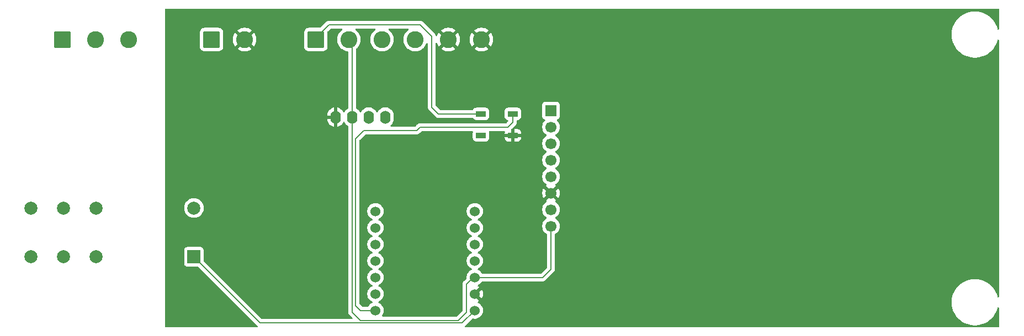
<source format=gbr>
%TF.GenerationSoftware,KiCad,Pcbnew,9.0.4*%
%TF.CreationDate,2025-08-29T10:20:17+02:00*%
%TF.ProjectId,esp32c6-charger,65737033-3263-4362-9d63-686172676572,rev?*%
%TF.SameCoordinates,Original*%
%TF.FileFunction,Copper,L1,Top*%
%TF.FilePolarity,Positive*%
%FSLAX46Y46*%
G04 Gerber Fmt 4.6, Leading zero omitted, Abs format (unit mm)*
G04 Created by KiCad (PCBNEW 9.0.4) date 2025-08-29 10:20:17*
%MOMM*%
%LPD*%
G01*
G04 APERTURE LIST*
G04 Aperture macros list*
%AMRoundRect*
0 Rectangle with rounded corners*
0 $1 Rounding radius*
0 $2 $3 $4 $5 $6 $7 $8 $9 X,Y pos of 4 corners*
0 Add a 4 corners polygon primitive as box body*
4,1,4,$2,$3,$4,$5,$6,$7,$8,$9,$2,$3,0*
0 Add four circle primitives for the rounded corners*
1,1,$1+$1,$2,$3*
1,1,$1+$1,$4,$5*
1,1,$1+$1,$6,$7*
1,1,$1+$1,$8,$9*
0 Add four rect primitives between the rounded corners*
20,1,$1+$1,$2,$3,$4,$5,0*
20,1,$1+$1,$4,$5,$6,$7,0*
20,1,$1+$1,$6,$7,$8,$9,0*
20,1,$1+$1,$8,$9,$2,$3,0*%
G04 Aperture macros list end*
%TA.AperFunction,ComponentPad*%
%ADD10O,1.600000X2.000000*%
%TD*%
%TA.AperFunction,ComponentPad*%
%ADD11R,1.700000X1.700000*%
%TD*%
%TA.AperFunction,ComponentPad*%
%ADD12C,1.700000*%
%TD*%
%TA.AperFunction,SMDPad,CuDef*%
%ADD13RoundRect,0.090000X-0.660000X-0.360000X0.660000X-0.360000X0.660000X0.360000X-0.660000X0.360000X0*%
%TD*%
%TA.AperFunction,ComponentPad*%
%ADD14C,1.524000*%
%TD*%
%TA.AperFunction,ComponentPad*%
%ADD15RoundRect,0.250000X-1.050000X-1.050000X1.050000X-1.050000X1.050000X1.050000X-1.050000X1.050000X0*%
%TD*%
%TA.AperFunction,ComponentPad*%
%ADD16C,2.600000*%
%TD*%
%TA.AperFunction,ComponentPad*%
%ADD17C,2.000000*%
%TD*%
%TA.AperFunction,ComponentPad*%
%ADD18R,2.000000X2.000000*%
%TD*%
%TA.AperFunction,Conductor*%
%ADD19C,0.200000*%
%TD*%
G04 APERTURE END LIST*
D10*
%TO.P,Display1,1,GND*%
%TO.N,GND*%
X125476000Y-91567000D03*
%TO.P,Display1,2,VCC*%
%TO.N,VCC*%
X128016000Y-91567000D03*
%TO.P,Display1,3,SCL*%
%TO.N,/SCL*%
X130556000Y-91567000D03*
%TO.P,Display1,4,SDA*%
%TO.N,/SDA*%
X133096000Y-91567000D03*
%TD*%
D11*
%TO.P,Rfidreader1,1,SDA*%
%TO.N,/CS*%
X158496000Y-90551000D03*
D12*
%TO.P,Rfidreader1,2,SCK*%
%TO.N,/SCK*%
X158496000Y-93091000D03*
%TO.P,Rfidreader1,3,MOSI*%
%TO.N,/MOSI*%
X158496000Y-95631000D03*
%TO.P,Rfidreader1,4,MISO*%
%TO.N,/MISO*%
X158496000Y-98171000D03*
%TO.P,Rfidreader1,5,IRQ*%
%TO.N,unconnected-(Rfidreader1-IRQ-Pad5)*%
X158496000Y-100711000D03*
%TO.P,Rfidreader1,6,GND*%
%TO.N,GND*%
X158496000Y-103251000D03*
%TO.P,Rfidreader1,7,RST*%
%TO.N,unconnected-(Rfidreader1-RST-Pad7)*%
X158496000Y-105791000D03*
%TO.P,Rfidreader1,8,3\u002C3V*%
%TO.N,VCC*%
X158496000Y-108331000D03*
%TD*%
D13*
%TO.P,D1,1,VDD*%
%TO.N,VDD*%
X147754000Y-91061000D03*
%TO.P,D1,2,DOUT*%
%TO.N,unconnected-(D1-DOUT-Pad2)*%
X147754000Y-94361000D03*
%TO.P,D1,3,VSS*%
%TO.N,GND*%
X152654000Y-94361000D03*
%TO.P,D1,4,DIN*%
%TO.N,/LED*%
X152654000Y-91061000D03*
%TD*%
D14*
%TO.P,U2,1,GPIO0/A0/D0*%
%TO.N,/LED*%
X131572000Y-121285000D03*
%TO.P,U2,2,GPIO1/A1/D1*%
%TO.N,/Detect*%
X131572000Y-118745000D03*
%TO.P,U2,3,GPIO2/A2/D2*%
%TO.N,Net-(U2-GPIO2{slash}A2{slash}D2)*%
X131572000Y-116205000D03*
%TO.P,U2,4,GPIO21/D3*%
%TO.N,Net-(U2-GPIO21{slash}D3)*%
X131572000Y-113665000D03*
%TO.P,U2,5,GPIO22/D4/SDA*%
%TO.N,/SDA*%
X131572000Y-111125000D03*
%TO.P,U2,6,GPIO23/D5/SCL*%
%TO.N,/SCL*%
X131572000Y-108585000D03*
%TO.P,U2,7,GPIO16/D6/TX*%
%TO.N,unconnected-(U2-GPIO16{slash}D6{slash}TX-Pad7)*%
X131572000Y-106045000D03*
%TO.P,U2,8,GPIO17/D7/RX*%
%TO.N,/CS*%
X146812000Y-106045000D03*
%TO.P,U2,9,GPIO19/D8/SCK*%
%TO.N,/SCK*%
X146812000Y-108585000D03*
%TO.P,U2,10,GPIO20/D9/MISO*%
%TO.N,/MISO*%
X146812000Y-111125000D03*
%TO.P,U2,11,GPIO18/D10/MOSI*%
%TO.N,/MOSI*%
X146812000Y-113665000D03*
%TO.P,U2,12,3V3*%
%TO.N,VCC*%
X146812000Y-116205000D03*
%TO.P,U2,13,GND*%
%TO.N,GND*%
X146812000Y-118745000D03*
%TO.P,U2,14,VBUS*%
%TO.N,VDD*%
X146812000Y-121285000D03*
%TD*%
D15*
%TO.P,J1,1,Pin_1*%
%TO.N,+12V*%
X106426000Y-79629000D03*
D16*
%TO.P,J1,2,Pin_2*%
%TO.N,GND*%
X111506000Y-79629000D03*
%TD*%
D17*
%TO.P,K1,11*%
%TO.N,Net-(J3-Pin_2)*%
X83731500Y-113034500D03*
X83731500Y-105534500D03*
%TO.P,K1,12*%
%TO.N,Net-(J3-Pin_3)*%
X88731500Y-113034500D03*
X88731500Y-105534500D03*
%TO.P,K1,14*%
%TO.N,Net-(J3-Pin_1)*%
X78731500Y-113034500D03*
X78731500Y-105534500D03*
D18*
%TO.P,K1,A1*%
%TO.N,VDD*%
X103731500Y-113034500D03*
D17*
%TO.P,K1,A2*%
%TO.N,/Relay*%
X103731500Y-105534500D03*
%TD*%
D15*
%TO.P,J2,1,Pin_1*%
%TO.N,VDD*%
X122428000Y-79629000D03*
D16*
%TO.P,J2,2,Pin_2*%
%TO.N,VCC*%
X127508000Y-79629000D03*
%TO.P,J2,3,Pin_3*%
%TO.N,/Lock*%
X132588000Y-79629000D03*
%TO.P,J2,4,Pin_4*%
%TO.N,/Detect*%
X137668000Y-79629000D03*
%TO.P,J2,5,Pin_5*%
%TO.N,GND*%
X142748000Y-79629000D03*
%TO.P,J2,6,Pin_6*%
X147828000Y-79629000D03*
%TD*%
D15*
%TO.P,J3,1,Pin_1*%
%TO.N,Net-(J3-Pin_1)*%
X83566000Y-79629000D03*
D16*
%TO.P,J3,2,Pin_2*%
%TO.N,Net-(J3-Pin_2)*%
X88646000Y-79629000D03*
%TO.P,J3,3,Pin_3*%
%TO.N,Net-(J3-Pin_3)*%
X93726000Y-79629000D03*
%TD*%
D19*
%TO.N,VCC*%
X158496000Y-114935000D02*
X158496000Y-108331000D01*
X144272000Y-122809000D02*
X145542000Y-121539000D01*
X145542000Y-117221000D02*
X146558000Y-116205000D01*
X145542000Y-121539000D02*
X145542000Y-117221000D01*
X128016000Y-91567000D02*
X128016000Y-121539000D01*
X157226000Y-116205000D02*
X158496000Y-114935000D01*
X146558000Y-116205000D02*
X148082000Y-116205000D01*
X129286000Y-122809000D02*
X144272000Y-122809000D01*
X148082000Y-116205000D02*
X146812000Y-116205000D01*
X128016000Y-79883000D02*
X128016000Y-91567000D01*
X127508000Y-79375000D02*
X128016000Y-79883000D01*
X146812000Y-116205000D02*
X157226000Y-116205000D01*
X128016000Y-121539000D02*
X129286000Y-122809000D01*
%TO.N,VDD*%
X103731500Y-113034500D02*
X113907000Y-123210000D01*
X138430000Y-77343000D02*
X140208000Y-79121000D01*
X140208000Y-90043000D02*
X141226000Y-91061000D01*
X122428000Y-79375000D02*
X124460000Y-77343000D01*
X113907000Y-123210000D02*
X144887000Y-123210000D01*
X144887000Y-123210000D02*
X146812000Y-121285000D01*
X141226000Y-91061000D02*
X147754000Y-91061000D01*
X140208000Y-79121000D02*
X140208000Y-90043000D01*
X124460000Y-77343000D02*
X138430000Y-77343000D01*
%TO.N,/LED*%
X137922000Y-93599000D02*
X129794000Y-93599000D01*
X152654000Y-91061000D02*
X152654000Y-92329000D01*
X129794000Y-93599000D02*
X128524000Y-94869000D01*
X151892000Y-93091000D02*
X138430000Y-93091000D01*
X128524000Y-94869000D02*
X128524000Y-120523000D01*
X152654000Y-92329000D02*
X151892000Y-93091000D01*
X138430000Y-93091000D02*
X137922000Y-93599000D01*
X128524000Y-120523000D02*
X129286000Y-121285000D01*
X129286000Y-121285000D02*
X131572000Y-121285000D01*
%TD*%
%TA.AperFunction,Conductor*%
%TO.N,GND*%
G36*
X227156539Y-74899185D02*
G01*
X227202294Y-74951989D01*
X227213500Y-75003500D01*
X227213500Y-77986430D01*
X227193815Y-78053469D01*
X227141011Y-78099224D01*
X227071853Y-78109168D01*
X227008297Y-78080143D01*
X226970523Y-78021365D01*
X226967883Y-78010622D01*
X226966007Y-78001192D01*
X226966005Y-78001184D01*
X226966004Y-78001181D01*
X226966003Y-78001175D01*
X226864493Y-77666541D01*
X226730672Y-77343469D01*
X226565828Y-77035068D01*
X226371550Y-76744311D01*
X226149708Y-76473996D01*
X226149707Y-76473995D01*
X226149703Y-76473990D01*
X225902444Y-76226731D01*
X225632129Y-76004889D01*
X225632128Y-76004888D01*
X225632124Y-76004885D01*
X225341367Y-75810607D01*
X225341362Y-75810604D01*
X225341355Y-75810600D01*
X225032973Y-75645766D01*
X225032968Y-75645764D01*
X224709895Y-75511942D01*
X224375250Y-75410429D01*
X224375239Y-75410426D01*
X224032294Y-75342212D01*
X224032277Y-75342209D01*
X223769113Y-75316290D01*
X223684281Y-75307935D01*
X223334589Y-75307935D01*
X223256132Y-75315662D01*
X222986592Y-75342209D01*
X222986575Y-75342212D01*
X222643630Y-75410426D01*
X222643619Y-75410429D01*
X222308974Y-75511942D01*
X221985901Y-75645764D01*
X221985896Y-75645766D01*
X221677514Y-75810600D01*
X221677496Y-75810611D01*
X221386754Y-76004879D01*
X221386740Y-76004889D01*
X221116425Y-76226731D01*
X220869166Y-76473990D01*
X220647324Y-76744305D01*
X220647314Y-76744319D01*
X220453046Y-77035061D01*
X220453035Y-77035079D01*
X220288201Y-77343461D01*
X220288199Y-77343466D01*
X220154377Y-77666539D01*
X220052864Y-78001184D01*
X220052861Y-78001195D01*
X219984647Y-78344140D01*
X219984644Y-78344157D01*
X219964836Y-78545275D01*
X219950370Y-78692154D01*
X219950370Y-78723568D01*
X219950370Y-79041846D01*
X219956336Y-79102415D01*
X219984644Y-79389842D01*
X219984647Y-79389859D01*
X220052861Y-79732804D01*
X220052864Y-79732815D01*
X220154377Y-80067460D01*
X220212015Y-80206609D01*
X220270282Y-80347279D01*
X220288199Y-80390533D01*
X220288201Y-80390538D01*
X220453035Y-80698920D01*
X220453046Y-80698938D01*
X220647314Y-80989680D01*
X220647324Y-80989694D01*
X220869166Y-81260009D01*
X221116425Y-81507268D01*
X221116430Y-81507272D01*
X221116431Y-81507273D01*
X221386746Y-81729115D01*
X221677503Y-81923393D01*
X221677512Y-81923398D01*
X221677514Y-81923399D01*
X221985896Y-82088233D01*
X221985898Y-82088233D01*
X221985904Y-82088237D01*
X222308976Y-82222058D01*
X222643610Y-82323568D01*
X222643616Y-82323569D01*
X222643619Y-82323570D01*
X222643630Y-82323573D01*
X222858686Y-82366349D01*
X222986582Y-82391789D01*
X223334589Y-82426065D01*
X223334592Y-82426065D01*
X223684278Y-82426065D01*
X223684281Y-82426065D01*
X224032288Y-82391789D01*
X224202047Y-82358021D01*
X224375239Y-82323573D01*
X224375250Y-82323570D01*
X224375250Y-82323569D01*
X224375260Y-82323568D01*
X224709894Y-82222058D01*
X225032966Y-82088237D01*
X225341367Y-81923393D01*
X225632124Y-81729115D01*
X225902439Y-81507273D01*
X226149708Y-81260004D01*
X226371550Y-80989689D01*
X226565828Y-80698932D01*
X226730672Y-80390531D01*
X226864493Y-80067459D01*
X226966003Y-79732825D01*
X226967882Y-79723379D01*
X227000267Y-79661467D01*
X227060983Y-79626893D01*
X227130752Y-79630632D01*
X227187424Y-79671498D01*
X227213006Y-79736516D01*
X227213500Y-79747569D01*
X227213500Y-119134430D01*
X227193815Y-119201469D01*
X227141011Y-119247224D01*
X227071853Y-119257168D01*
X227008297Y-119228143D01*
X226970523Y-119169365D01*
X226967883Y-119158622D01*
X226966007Y-119149192D01*
X226966005Y-119149184D01*
X226966004Y-119149181D01*
X226966003Y-119149175D01*
X226864493Y-118814541D01*
X226730672Y-118491469D01*
X226724831Y-118480542D01*
X226565834Y-118183079D01*
X226565833Y-118183077D01*
X226565828Y-118183068D01*
X226371550Y-117892311D01*
X226149708Y-117621996D01*
X226149707Y-117621995D01*
X226149703Y-117621990D01*
X225902444Y-117374731D01*
X225632129Y-117152889D01*
X225632128Y-117152888D01*
X225632124Y-117152885D01*
X225341367Y-116958607D01*
X225341362Y-116958604D01*
X225341355Y-116958600D01*
X225032973Y-116793766D01*
X225032968Y-116793764D01*
X224709895Y-116659942D01*
X224375250Y-116558429D01*
X224375239Y-116558426D01*
X224032294Y-116490212D01*
X224032277Y-116490209D01*
X223769113Y-116464290D01*
X223684281Y-116455935D01*
X223334589Y-116455935D01*
X223256132Y-116463662D01*
X222986592Y-116490209D01*
X222986575Y-116490212D01*
X222643630Y-116558426D01*
X222643619Y-116558429D01*
X222308974Y-116659942D01*
X221985901Y-116793764D01*
X221985896Y-116793766D01*
X221677514Y-116958600D01*
X221677496Y-116958611D01*
X221386754Y-117152879D01*
X221386740Y-117152889D01*
X221116425Y-117374731D01*
X220869166Y-117621990D01*
X220647324Y-117892305D01*
X220647314Y-117892319D01*
X220453046Y-118183061D01*
X220453035Y-118183079D01*
X220288201Y-118491461D01*
X220288199Y-118491466D01*
X220154377Y-118814539D01*
X220052864Y-119149184D01*
X220052861Y-119149195D01*
X219984647Y-119492140D01*
X219984644Y-119492157D01*
X219950370Y-119840157D01*
X219950370Y-120189842D01*
X219984644Y-120537842D01*
X219984647Y-120537859D01*
X220052861Y-120880804D01*
X220052864Y-120880815D01*
X220154377Y-121215460D01*
X220249003Y-121443907D01*
X220270282Y-121495279D01*
X220288199Y-121538533D01*
X220288201Y-121538538D01*
X220453035Y-121846920D01*
X220453046Y-121846938D01*
X220647314Y-122137680D01*
X220647324Y-122137694D01*
X220869166Y-122408009D01*
X221116425Y-122655268D01*
X221116430Y-122655272D01*
X221116431Y-122655273D01*
X221386746Y-122877115D01*
X221677503Y-123071393D01*
X221677512Y-123071398D01*
X221677514Y-123071399D01*
X221985896Y-123236233D01*
X221985898Y-123236233D01*
X221985904Y-123236237D01*
X222308976Y-123370058D01*
X222643610Y-123471568D01*
X222643616Y-123471569D01*
X222643619Y-123471570D01*
X222643630Y-123471573D01*
X222858686Y-123514349D01*
X222986582Y-123539789D01*
X223334589Y-123574065D01*
X223334592Y-123574065D01*
X223684278Y-123574065D01*
X223684281Y-123574065D01*
X224032288Y-123539789D01*
X224202047Y-123506021D01*
X224375239Y-123471573D01*
X224375250Y-123471570D01*
X224375250Y-123471569D01*
X224375260Y-123471568D01*
X224709894Y-123370058D01*
X225032966Y-123236237D01*
X225341367Y-123071393D01*
X225632124Y-122877115D01*
X225902439Y-122655273D01*
X226149708Y-122408004D01*
X226371550Y-122137689D01*
X226565828Y-121846932D01*
X226730672Y-121538531D01*
X226864493Y-121215459D01*
X226966003Y-120880825D01*
X226967882Y-120871379D01*
X227000267Y-120809467D01*
X227060983Y-120774893D01*
X227130752Y-120778632D01*
X227187424Y-120819498D01*
X227213006Y-120884516D01*
X227213500Y-120895569D01*
X227213500Y-123754500D01*
X227193815Y-123821539D01*
X227141011Y-123867294D01*
X227089500Y-123878500D01*
X145367099Y-123878500D01*
X145345855Y-123872262D01*
X145323768Y-123870683D01*
X145312982Y-123862609D01*
X145300060Y-123858815D01*
X145285561Y-123842083D01*
X145267833Y-123828812D01*
X145263124Y-123816189D01*
X145254305Y-123806011D01*
X145251154Y-123784096D01*
X145243415Y-123763349D01*
X145246278Y-123750186D01*
X145244361Y-123736853D01*
X145253559Y-123716710D01*
X145258266Y-123695075D01*
X145271536Y-123677346D01*
X145273386Y-123673297D01*
X145279416Y-123666821D01*
X145279417Y-123666819D01*
X145279418Y-123666818D01*
X145367520Y-123578716D01*
X145367521Y-123578713D01*
X146397473Y-122548760D01*
X146458794Y-122515277D01*
X146511521Y-122515841D01*
X146511552Y-122515651D01*
X146512843Y-122515855D01*
X146514099Y-122515869D01*
X146516352Y-122516409D01*
X146516364Y-122516413D01*
X146712639Y-122547500D01*
X146712640Y-122547500D01*
X146911360Y-122547500D01*
X146911361Y-122547500D01*
X147107636Y-122516413D01*
X147296632Y-122455005D01*
X147473694Y-122364787D01*
X147634464Y-122247981D01*
X147774981Y-122107464D01*
X147891787Y-121946694D01*
X147982005Y-121769632D01*
X148043413Y-121580636D01*
X148074500Y-121384361D01*
X148074500Y-121185639D01*
X148043413Y-120989364D01*
X147988221Y-120819498D01*
X147982006Y-120800370D01*
X147982005Y-120800367D01*
X147912937Y-120664815D01*
X147891787Y-120623306D01*
X147774981Y-120462536D01*
X147634464Y-120322019D01*
X147473694Y-120205213D01*
X147316667Y-120125203D01*
X147265872Y-120077229D01*
X147249077Y-120009408D01*
X147271614Y-119943273D01*
X147316669Y-119904234D01*
X147473422Y-119824364D01*
X147510715Y-119797268D01*
X146896094Y-119182647D01*
X146983571Y-119159208D01*
X147084930Y-119100689D01*
X147167689Y-119017930D01*
X147226208Y-118916571D01*
X147249647Y-118829094D01*
X147864268Y-119443715D01*
X147891362Y-119406425D01*
X147981542Y-119229437D01*
X148042924Y-119040523D01*
X148042924Y-119040520D01*
X148074000Y-118844321D01*
X148074000Y-118645678D01*
X148042924Y-118449479D01*
X148042924Y-118449476D01*
X147981542Y-118260562D01*
X147891358Y-118083567D01*
X147864268Y-118046283D01*
X147249647Y-118660904D01*
X147226208Y-118573429D01*
X147167689Y-118472070D01*
X147084930Y-118389311D01*
X146983571Y-118330792D01*
X146896093Y-118307352D01*
X147510715Y-117692730D01*
X147473432Y-117665641D01*
X147316668Y-117585765D01*
X147265872Y-117537790D01*
X147249077Y-117469969D01*
X147271615Y-117403834D01*
X147316667Y-117364796D01*
X147473694Y-117284787D01*
X147634464Y-117167981D01*
X147774981Y-117027464D01*
X147891787Y-116866694D01*
X147891789Y-116866689D01*
X147893000Y-116864715D01*
X147893656Y-116864121D01*
X147894651Y-116862752D01*
X147894938Y-116862960D01*
X147944810Y-116817837D01*
X147998730Y-116805500D01*
X157139331Y-116805500D01*
X157139347Y-116805501D01*
X157146943Y-116805501D01*
X157305054Y-116805501D01*
X157305057Y-116805501D01*
X157457785Y-116764577D01*
X157507904Y-116735639D01*
X157594716Y-116685520D01*
X157706520Y-116573716D01*
X157706520Y-116573714D01*
X157716728Y-116563507D01*
X157716730Y-116563504D01*
X158864713Y-115415521D01*
X158864716Y-115415520D01*
X158976520Y-115303716D01*
X159026639Y-115216904D01*
X159055577Y-115166785D01*
X159096500Y-115014058D01*
X159096500Y-114855943D01*
X159096500Y-109616718D01*
X159116185Y-109549679D01*
X159164207Y-109506233D01*
X159203815Y-109486052D01*
X159203815Y-109486051D01*
X159203816Y-109486051D01*
X159311980Y-109407466D01*
X159375786Y-109361109D01*
X159375788Y-109361106D01*
X159375792Y-109361104D01*
X159526104Y-109210792D01*
X159526106Y-109210788D01*
X159526109Y-109210786D01*
X159651048Y-109038820D01*
X159651047Y-109038820D01*
X159651051Y-109038816D01*
X159747557Y-108849412D01*
X159813246Y-108647243D01*
X159846500Y-108437287D01*
X159846500Y-108224713D01*
X159813246Y-108014757D01*
X159747557Y-107812588D01*
X159651051Y-107623184D01*
X159651049Y-107623181D01*
X159651048Y-107623179D01*
X159526109Y-107451213D01*
X159375786Y-107300890D01*
X159203820Y-107175951D01*
X159203115Y-107175591D01*
X159195054Y-107171485D01*
X159144259Y-107123512D01*
X159127463Y-107055692D01*
X159149999Y-106989556D01*
X159195054Y-106950515D01*
X159203816Y-106946051D01*
X159311980Y-106867466D01*
X159375786Y-106821109D01*
X159375788Y-106821106D01*
X159375792Y-106821104D01*
X159526104Y-106670792D01*
X159526106Y-106670788D01*
X159526109Y-106670786D01*
X159651048Y-106498820D01*
X159651047Y-106498820D01*
X159651051Y-106498816D01*
X159747557Y-106309412D01*
X159813246Y-106107243D01*
X159846500Y-105897287D01*
X159846500Y-105684713D01*
X159813246Y-105474757D01*
X159747557Y-105272588D01*
X159651051Y-105083184D01*
X159651049Y-105083181D01*
X159651048Y-105083179D01*
X159526109Y-104911213D01*
X159375786Y-104760890D01*
X159203817Y-104635949D01*
X159194504Y-104631204D01*
X159143707Y-104583230D01*
X159126912Y-104515409D01*
X159149449Y-104449274D01*
X159194507Y-104410232D01*
X159203555Y-104405622D01*
X159257716Y-104366270D01*
X159257717Y-104366270D01*
X158625408Y-103733962D01*
X158688993Y-103716925D01*
X158803007Y-103651099D01*
X158896099Y-103558007D01*
X158961925Y-103443993D01*
X158978962Y-103380408D01*
X159611270Y-104012717D01*
X159611270Y-104012716D01*
X159650622Y-103958554D01*
X159747095Y-103769217D01*
X159812757Y-103567130D01*
X159812757Y-103567127D01*
X159846000Y-103357246D01*
X159846000Y-103144753D01*
X159812757Y-102934872D01*
X159812757Y-102934869D01*
X159747095Y-102732782D01*
X159650624Y-102543449D01*
X159611270Y-102489282D01*
X159611269Y-102489282D01*
X158978962Y-103121590D01*
X158961925Y-103058007D01*
X158896099Y-102943993D01*
X158803007Y-102850901D01*
X158688993Y-102785075D01*
X158625409Y-102768037D01*
X159257716Y-102135728D01*
X159203547Y-102096373D01*
X159203547Y-102096372D01*
X159194500Y-102091763D01*
X159143706Y-102043788D01*
X159126912Y-101975966D01*
X159149451Y-101909832D01*
X159194508Y-101870793D01*
X159203816Y-101866051D01*
X159283007Y-101808515D01*
X159375786Y-101741109D01*
X159375788Y-101741106D01*
X159375792Y-101741104D01*
X159526104Y-101590792D01*
X159526106Y-101590788D01*
X159526109Y-101590786D01*
X159651048Y-101418820D01*
X159651047Y-101418820D01*
X159651051Y-101418816D01*
X159747557Y-101229412D01*
X159813246Y-101027243D01*
X159846500Y-100817287D01*
X159846500Y-100604713D01*
X159813246Y-100394757D01*
X159747557Y-100192588D01*
X159651051Y-100003184D01*
X159651049Y-100003181D01*
X159651048Y-100003179D01*
X159526109Y-99831213D01*
X159375786Y-99680890D01*
X159203820Y-99555951D01*
X159203115Y-99555591D01*
X159195054Y-99551485D01*
X159144259Y-99503512D01*
X159127463Y-99435692D01*
X159149999Y-99369556D01*
X159195054Y-99330515D01*
X159203816Y-99326051D01*
X159225789Y-99310086D01*
X159375786Y-99201109D01*
X159375788Y-99201106D01*
X159375792Y-99201104D01*
X159526104Y-99050792D01*
X159526106Y-99050788D01*
X159526109Y-99050786D01*
X159651048Y-98878820D01*
X159651047Y-98878820D01*
X159651051Y-98878816D01*
X159747557Y-98689412D01*
X159813246Y-98487243D01*
X159846500Y-98277287D01*
X159846500Y-98064713D01*
X159813246Y-97854757D01*
X159747557Y-97652588D01*
X159651051Y-97463184D01*
X159651049Y-97463181D01*
X159651048Y-97463179D01*
X159526109Y-97291213D01*
X159375786Y-97140890D01*
X159203820Y-97015951D01*
X159203115Y-97015591D01*
X159195054Y-97011485D01*
X159144259Y-96963512D01*
X159127463Y-96895692D01*
X159149999Y-96829556D01*
X159195054Y-96790515D01*
X159203816Y-96786051D01*
X159225789Y-96770086D01*
X159375786Y-96661109D01*
X159375788Y-96661106D01*
X159375792Y-96661104D01*
X159526104Y-96510792D01*
X159526106Y-96510788D01*
X159526109Y-96510786D01*
X159651048Y-96338820D01*
X159651047Y-96338820D01*
X159651051Y-96338816D01*
X159747557Y-96149412D01*
X159813246Y-95947243D01*
X159846500Y-95737287D01*
X159846500Y-95524713D01*
X159813246Y-95314757D01*
X159747557Y-95112588D01*
X159651051Y-94923184D01*
X159651049Y-94923181D01*
X159651048Y-94923179D01*
X159526109Y-94751213D01*
X159375786Y-94600890D01*
X159203820Y-94475951D01*
X159203115Y-94475591D01*
X159195054Y-94471485D01*
X159144259Y-94423512D01*
X159127463Y-94355692D01*
X159149999Y-94289556D01*
X159195054Y-94250515D01*
X159203816Y-94246051D01*
X159267887Y-94199501D01*
X159375786Y-94121109D01*
X159375788Y-94121106D01*
X159375792Y-94121104D01*
X159526104Y-93970792D01*
X159526106Y-93970788D01*
X159526109Y-93970786D01*
X159651048Y-93798820D01*
X159651047Y-93798820D01*
X159651051Y-93798816D01*
X159747557Y-93609412D01*
X159813246Y-93407243D01*
X159846500Y-93197287D01*
X159846500Y-92984713D01*
X159813246Y-92774757D01*
X159747557Y-92572588D01*
X159651051Y-92383184D01*
X159651049Y-92383181D01*
X159651048Y-92383179D01*
X159526109Y-92211213D01*
X159412569Y-92097673D01*
X159379084Y-92036350D01*
X159384068Y-91966658D01*
X159425940Y-91910725D01*
X159456915Y-91893810D01*
X159588331Y-91844796D01*
X159703546Y-91758546D01*
X159789796Y-91643331D01*
X159840091Y-91508483D01*
X159846500Y-91448873D01*
X159846499Y-89653128D01*
X159840091Y-89593517D01*
X159789796Y-89458669D01*
X159789795Y-89458668D01*
X159789793Y-89458664D01*
X159703547Y-89343455D01*
X159703544Y-89343452D01*
X159588335Y-89257206D01*
X159588328Y-89257202D01*
X159453482Y-89206908D01*
X159453483Y-89206908D01*
X159393883Y-89200501D01*
X159393881Y-89200500D01*
X159393873Y-89200500D01*
X159393864Y-89200500D01*
X157598129Y-89200500D01*
X157598123Y-89200501D01*
X157538516Y-89206908D01*
X157403671Y-89257202D01*
X157403664Y-89257206D01*
X157288455Y-89343452D01*
X157288452Y-89343455D01*
X157202206Y-89458664D01*
X157202202Y-89458671D01*
X157151908Y-89593517D01*
X157145501Y-89653116D01*
X157145501Y-89653123D01*
X157145500Y-89653135D01*
X157145500Y-91448870D01*
X157145501Y-91448876D01*
X157151908Y-91508483D01*
X157202202Y-91643328D01*
X157202206Y-91643335D01*
X157288452Y-91758544D01*
X157288455Y-91758547D01*
X157403664Y-91844793D01*
X157403671Y-91844797D01*
X157535082Y-91893810D01*
X157591016Y-91935681D01*
X157615433Y-92001145D01*
X157600582Y-92069418D01*
X157579431Y-92097673D01*
X157465889Y-92211215D01*
X157340951Y-92383179D01*
X157244444Y-92572585D01*
X157178753Y-92774760D01*
X157146434Y-92978815D01*
X157145500Y-92984713D01*
X157145500Y-93197287D01*
X157178754Y-93407243D01*
X157184909Y-93426187D01*
X157244444Y-93609414D01*
X157340951Y-93798820D01*
X157465890Y-93970786D01*
X157616213Y-94121109D01*
X157788182Y-94246050D01*
X157796946Y-94250516D01*
X157847742Y-94298491D01*
X157864536Y-94366312D01*
X157841998Y-94432447D01*
X157796946Y-94471484D01*
X157788182Y-94475949D01*
X157616213Y-94600890D01*
X157465890Y-94751213D01*
X157340951Y-94923179D01*
X157244444Y-95112585D01*
X157178753Y-95314760D01*
X157145500Y-95524713D01*
X157145500Y-95737286D01*
X157178753Y-95947239D01*
X157244444Y-96149414D01*
X157340951Y-96338820D01*
X157465890Y-96510786D01*
X157616213Y-96661109D01*
X157788182Y-96786050D01*
X157796946Y-96790516D01*
X157847742Y-96838491D01*
X157864536Y-96906312D01*
X157841998Y-96972447D01*
X157796946Y-97011484D01*
X157788182Y-97015949D01*
X157616213Y-97140890D01*
X157465890Y-97291213D01*
X157340951Y-97463179D01*
X157244444Y-97652585D01*
X157178753Y-97854760D01*
X157145500Y-98064713D01*
X157145500Y-98277286D01*
X157178753Y-98487239D01*
X157244444Y-98689414D01*
X157340951Y-98878820D01*
X157465890Y-99050786D01*
X157616213Y-99201109D01*
X157788182Y-99326050D01*
X157796946Y-99330516D01*
X157847742Y-99378491D01*
X157864536Y-99446312D01*
X157841998Y-99512447D01*
X157796946Y-99551484D01*
X157788182Y-99555949D01*
X157616213Y-99680890D01*
X157465890Y-99831213D01*
X157340951Y-100003179D01*
X157244444Y-100192585D01*
X157178753Y-100394760D01*
X157145500Y-100604713D01*
X157145500Y-100817286D01*
X157178753Y-101027239D01*
X157244444Y-101229414D01*
X157340951Y-101418820D01*
X157465890Y-101590786D01*
X157616213Y-101741109D01*
X157788179Y-101866048D01*
X157788181Y-101866049D01*
X157788184Y-101866051D01*
X157797493Y-101870794D01*
X157848290Y-101918766D01*
X157865087Y-101986587D01*
X157842552Y-102052722D01*
X157797505Y-102091760D01*
X157788446Y-102096376D01*
X157788440Y-102096380D01*
X157734282Y-102135727D01*
X157734282Y-102135728D01*
X158366591Y-102768037D01*
X158303007Y-102785075D01*
X158188993Y-102850901D01*
X158095901Y-102943993D01*
X158030075Y-103058007D01*
X158013037Y-103121591D01*
X157380728Y-102489282D01*
X157380727Y-102489282D01*
X157341380Y-102543439D01*
X157244904Y-102732782D01*
X157179242Y-102934869D01*
X157179242Y-102934872D01*
X157146000Y-103144753D01*
X157146000Y-103357246D01*
X157179242Y-103567127D01*
X157179242Y-103567130D01*
X157244904Y-103769217D01*
X157341375Y-103958550D01*
X157380728Y-104012716D01*
X158013036Y-103380407D01*
X158030075Y-103443993D01*
X158095901Y-103558007D01*
X158188993Y-103651099D01*
X158303007Y-103716925D01*
X158366590Y-103733962D01*
X157734282Y-104366269D01*
X157734282Y-104366270D01*
X157788452Y-104405626D01*
X157788451Y-104405626D01*
X157797495Y-104410234D01*
X157848292Y-104458208D01*
X157865087Y-104526029D01*
X157842550Y-104592164D01*
X157797499Y-104631202D01*
X157788182Y-104635949D01*
X157616213Y-104760890D01*
X157465890Y-104911213D01*
X157340951Y-105083179D01*
X157244444Y-105272585D01*
X157178753Y-105474760D01*
X157150587Y-105652597D01*
X157145500Y-105684713D01*
X157145500Y-105897287D01*
X157178754Y-106107243D01*
X157190814Y-106144361D01*
X157244444Y-106309414D01*
X157340951Y-106498820D01*
X157465890Y-106670786D01*
X157616213Y-106821109D01*
X157788182Y-106946050D01*
X157796946Y-106950516D01*
X157847742Y-106998491D01*
X157864536Y-107066312D01*
X157841998Y-107132447D01*
X157796946Y-107171484D01*
X157788182Y-107175949D01*
X157616213Y-107300890D01*
X157465890Y-107451213D01*
X157340951Y-107623179D01*
X157244444Y-107812585D01*
X157178753Y-108014760D01*
X157165194Y-108100368D01*
X157145500Y-108224713D01*
X157145500Y-108437287D01*
X157178754Y-108647243D01*
X157190814Y-108684361D01*
X157244444Y-108849414D01*
X157340951Y-109038820D01*
X157465890Y-109210786D01*
X157616213Y-109361109D01*
X157788184Y-109486051D01*
X157788184Y-109486052D01*
X157827793Y-109506233D01*
X157878590Y-109554206D01*
X157895500Y-109616718D01*
X157895500Y-114634903D01*
X157875815Y-114701942D01*
X157859181Y-114722584D01*
X157013584Y-115568181D01*
X156952261Y-115601666D01*
X156925903Y-115604500D01*
X147998730Y-115604500D01*
X147931691Y-115584815D01*
X147894808Y-115547133D01*
X147894651Y-115547248D01*
X147893872Y-115546176D01*
X147893000Y-115545285D01*
X147891789Y-115543309D01*
X147891786Y-115543305D01*
X147774981Y-115382536D01*
X147634464Y-115242019D01*
X147473694Y-115125213D01*
X147317218Y-115045484D01*
X147266423Y-114997510D01*
X147249628Y-114929689D01*
X147272165Y-114863554D01*
X147317218Y-114824515D01*
X147473694Y-114744787D01*
X147634464Y-114627981D01*
X147774981Y-114487464D01*
X147891787Y-114326694D01*
X147982005Y-114149632D01*
X148043413Y-113960636D01*
X148074500Y-113764361D01*
X148074500Y-113565639D01*
X148043413Y-113369364D01*
X147982005Y-113180368D01*
X147982005Y-113180367D01*
X147891786Y-113003305D01*
X147774981Y-112842536D01*
X147634464Y-112702019D01*
X147473694Y-112585213D01*
X147317218Y-112505484D01*
X147266423Y-112457510D01*
X147249628Y-112389689D01*
X147272165Y-112323554D01*
X147317218Y-112284515D01*
X147473694Y-112204787D01*
X147634464Y-112087981D01*
X147774981Y-111947464D01*
X147891787Y-111786694D01*
X147982005Y-111609632D01*
X148043413Y-111420636D01*
X148074500Y-111224361D01*
X148074500Y-111025639D01*
X148043413Y-110829364D01*
X147982005Y-110640368D01*
X147982005Y-110640367D01*
X147891786Y-110463305D01*
X147774981Y-110302536D01*
X147634464Y-110162019D01*
X147473694Y-110045213D01*
X147317218Y-109965484D01*
X147266423Y-109917510D01*
X147249628Y-109849689D01*
X147272165Y-109783554D01*
X147317218Y-109744515D01*
X147473694Y-109664787D01*
X147634464Y-109547981D01*
X147774981Y-109407464D01*
X147891787Y-109246694D01*
X147982005Y-109069632D01*
X148043413Y-108880636D01*
X148074500Y-108684361D01*
X148074500Y-108485639D01*
X148043413Y-108289364D01*
X147982005Y-108100368D01*
X147982005Y-108100367D01*
X147891786Y-107923305D01*
X147774981Y-107762536D01*
X147634464Y-107622019D01*
X147473694Y-107505213D01*
X147317218Y-107425484D01*
X147266423Y-107377510D01*
X147249628Y-107309689D01*
X147272165Y-107243554D01*
X147317218Y-107204515D01*
X147473694Y-107124787D01*
X147634464Y-107007981D01*
X147774981Y-106867464D01*
X147891787Y-106706694D01*
X147982005Y-106529632D01*
X148043413Y-106340636D01*
X148074500Y-106144361D01*
X148074500Y-105945639D01*
X148043413Y-105749364D01*
X147982005Y-105560368D01*
X147982005Y-105560367D01*
X147891786Y-105383305D01*
X147774981Y-105222536D01*
X147634464Y-105082019D01*
X147473694Y-104965213D01*
X147460525Y-104958503D01*
X147296632Y-104874994D01*
X147296629Y-104874993D01*
X147107637Y-104813587D01*
X147009498Y-104798043D01*
X146911361Y-104782500D01*
X146712639Y-104782500D01*
X146647214Y-104792862D01*
X146516362Y-104813587D01*
X146327370Y-104874993D01*
X146327367Y-104874994D01*
X146150305Y-104965213D01*
X145989533Y-105082021D01*
X145849021Y-105222533D01*
X145732213Y-105383305D01*
X145641994Y-105560367D01*
X145641993Y-105560370D01*
X145580587Y-105749362D01*
X145549500Y-105945639D01*
X145549500Y-106144360D01*
X145580587Y-106340637D01*
X145641993Y-106529629D01*
X145641994Y-106529632D01*
X145713917Y-106670786D01*
X145732213Y-106706694D01*
X145849019Y-106867464D01*
X145989536Y-107007981D01*
X146150306Y-107124787D01*
X146165340Y-107132447D01*
X146306780Y-107204515D01*
X146357576Y-107252490D01*
X146374371Y-107320311D01*
X146351833Y-107386446D01*
X146306780Y-107425485D01*
X146150305Y-107505213D01*
X145989533Y-107622021D01*
X145849021Y-107762533D01*
X145732213Y-107923305D01*
X145641994Y-108100367D01*
X145641993Y-108100370D01*
X145580587Y-108289362D01*
X145549500Y-108485639D01*
X145549500Y-108684360D01*
X145580587Y-108880637D01*
X145641993Y-109069629D01*
X145641994Y-109069632D01*
X145713917Y-109210786D01*
X145732213Y-109246694D01*
X145849019Y-109407464D01*
X145989536Y-109547981D01*
X146150306Y-109664787D01*
X146268832Y-109725179D01*
X146306780Y-109744515D01*
X146357576Y-109792490D01*
X146374371Y-109860311D01*
X146351833Y-109926446D01*
X146306780Y-109965485D01*
X146150305Y-110045213D01*
X145989533Y-110162021D01*
X145849021Y-110302533D01*
X145732213Y-110463305D01*
X145641994Y-110640367D01*
X145641993Y-110640370D01*
X145580587Y-110829362D01*
X145549500Y-111025639D01*
X145549500Y-111224360D01*
X145580587Y-111420637D01*
X145641993Y-111609629D01*
X145641994Y-111609632D01*
X145732213Y-111786694D01*
X145849019Y-111947464D01*
X145989536Y-112087981D01*
X146150306Y-112204787D01*
X146268832Y-112265179D01*
X146306780Y-112284515D01*
X146357576Y-112332490D01*
X146374371Y-112400311D01*
X146351833Y-112466446D01*
X146306780Y-112505485D01*
X146150305Y-112585213D01*
X145989533Y-112702021D01*
X145849021Y-112842533D01*
X145732213Y-113003305D01*
X145641994Y-113180367D01*
X145641993Y-113180370D01*
X145580587Y-113369362D01*
X145549500Y-113565639D01*
X145549500Y-113764360D01*
X145580587Y-113960637D01*
X145641993Y-114149629D01*
X145641994Y-114149632D01*
X145706805Y-114276828D01*
X145732213Y-114326694D01*
X145849019Y-114487464D01*
X145989536Y-114627981D01*
X146150306Y-114744787D01*
X146268832Y-114805179D01*
X146306780Y-114824515D01*
X146357576Y-114872490D01*
X146374371Y-114940311D01*
X146351833Y-115006446D01*
X146306780Y-115045485D01*
X146150305Y-115125213D01*
X145989533Y-115242021D01*
X145849021Y-115382533D01*
X145732213Y-115543305D01*
X145641994Y-115720367D01*
X145641993Y-115720370D01*
X145580587Y-115909362D01*
X145549500Y-116105639D01*
X145549500Y-116309233D01*
X145548061Y-116309233D01*
X145535009Y-116371304D01*
X145513448Y-116400315D01*
X145173286Y-116740478D01*
X145061481Y-116852282D01*
X145061475Y-116852290D01*
X145011398Y-116939028D01*
X145011398Y-116939029D01*
X144982423Y-116989215D01*
X144941499Y-117141943D01*
X144941499Y-117141945D01*
X144941499Y-117310046D01*
X144941500Y-117310059D01*
X144941500Y-121238903D01*
X144921815Y-121305942D01*
X144905181Y-121326584D01*
X144059584Y-122172181D01*
X143998261Y-122205666D01*
X143971903Y-122208500D01*
X132704938Y-122208500D01*
X132637899Y-122188815D01*
X132592144Y-122136011D01*
X132582200Y-122066853D01*
X132604620Y-122011615D01*
X132627449Y-121980191D01*
X132651787Y-121946694D01*
X132742005Y-121769632D01*
X132803413Y-121580636D01*
X132834500Y-121384361D01*
X132834500Y-121185639D01*
X132803413Y-120989364D01*
X132748221Y-120819498D01*
X132742006Y-120800370D01*
X132742005Y-120800367D01*
X132672937Y-120664815D01*
X132651787Y-120623306D01*
X132534981Y-120462536D01*
X132394464Y-120322019D01*
X132233694Y-120205213D01*
X132077218Y-120125484D01*
X132026423Y-120077510D01*
X132009628Y-120009689D01*
X132032165Y-119943554D01*
X132077218Y-119904515D01*
X132233694Y-119824787D01*
X132394464Y-119707981D01*
X132534981Y-119567464D01*
X132651787Y-119406694D01*
X132742005Y-119229632D01*
X132803413Y-119040636D01*
X132834500Y-118844361D01*
X132834500Y-118645639D01*
X132803413Y-118449364D01*
X132742005Y-118260368D01*
X132742005Y-118260367D01*
X132664165Y-118107599D01*
X132651787Y-118083306D01*
X132534981Y-117922536D01*
X132394464Y-117782019D01*
X132233694Y-117665213D01*
X132077218Y-117585484D01*
X132026423Y-117537510D01*
X132009628Y-117469689D01*
X132032165Y-117403554D01*
X132077218Y-117364515D01*
X132233694Y-117284787D01*
X132394464Y-117167981D01*
X132534981Y-117027464D01*
X132651787Y-116866694D01*
X132742005Y-116689632D01*
X132803413Y-116500636D01*
X132834500Y-116304361D01*
X132834500Y-116105639D01*
X132803413Y-115909364D01*
X132742005Y-115720368D01*
X132742005Y-115720367D01*
X132672937Y-115584815D01*
X132651787Y-115543306D01*
X132534981Y-115382536D01*
X132394464Y-115242019D01*
X132233694Y-115125213D01*
X132077218Y-115045484D01*
X132026423Y-114997510D01*
X132009628Y-114929689D01*
X132032165Y-114863554D01*
X132077218Y-114824515D01*
X132233694Y-114744787D01*
X132394464Y-114627981D01*
X132534981Y-114487464D01*
X132651787Y-114326694D01*
X132742005Y-114149632D01*
X132803413Y-113960636D01*
X132834500Y-113764361D01*
X132834500Y-113565639D01*
X132803413Y-113369364D01*
X132742005Y-113180368D01*
X132742005Y-113180367D01*
X132651786Y-113003305D01*
X132534981Y-112842536D01*
X132394464Y-112702019D01*
X132233694Y-112585213D01*
X132077218Y-112505484D01*
X132026423Y-112457510D01*
X132009628Y-112389689D01*
X132032165Y-112323554D01*
X132077218Y-112284515D01*
X132233694Y-112204787D01*
X132394464Y-112087981D01*
X132534981Y-111947464D01*
X132651787Y-111786694D01*
X132742005Y-111609632D01*
X132803413Y-111420636D01*
X132834500Y-111224361D01*
X132834500Y-111025639D01*
X132803413Y-110829364D01*
X132742005Y-110640368D01*
X132742005Y-110640367D01*
X132651786Y-110463305D01*
X132534981Y-110302536D01*
X132394464Y-110162019D01*
X132233694Y-110045213D01*
X132077218Y-109965484D01*
X132026423Y-109917510D01*
X132009628Y-109849689D01*
X132032165Y-109783554D01*
X132077218Y-109744515D01*
X132233694Y-109664787D01*
X132394464Y-109547981D01*
X132534981Y-109407464D01*
X132651787Y-109246694D01*
X132742005Y-109069632D01*
X132803413Y-108880636D01*
X132834500Y-108684361D01*
X132834500Y-108485639D01*
X132803413Y-108289364D01*
X132742005Y-108100368D01*
X132742005Y-108100367D01*
X132651786Y-107923305D01*
X132534981Y-107762536D01*
X132394464Y-107622019D01*
X132233694Y-107505213D01*
X132077218Y-107425484D01*
X132026423Y-107377510D01*
X132009628Y-107309689D01*
X132032165Y-107243554D01*
X132077218Y-107204515D01*
X132233694Y-107124787D01*
X132394464Y-107007981D01*
X132534981Y-106867464D01*
X132651787Y-106706694D01*
X132742005Y-106529632D01*
X132803413Y-106340636D01*
X132834500Y-106144361D01*
X132834500Y-105945639D01*
X132803413Y-105749364D01*
X132742005Y-105560368D01*
X132742005Y-105560367D01*
X132651786Y-105383305D01*
X132534981Y-105222536D01*
X132394464Y-105082019D01*
X132233694Y-104965213D01*
X132220525Y-104958503D01*
X132056632Y-104874994D01*
X132056629Y-104874993D01*
X131867637Y-104813587D01*
X131769498Y-104798043D01*
X131671361Y-104782500D01*
X131472639Y-104782500D01*
X131407214Y-104792862D01*
X131276362Y-104813587D01*
X131087370Y-104874993D01*
X131087367Y-104874994D01*
X130910305Y-104965213D01*
X130749533Y-105082021D01*
X130609021Y-105222533D01*
X130492213Y-105383305D01*
X130401994Y-105560367D01*
X130401993Y-105560370D01*
X130340587Y-105749362D01*
X130309500Y-105945639D01*
X130309500Y-106144360D01*
X130340587Y-106340637D01*
X130401993Y-106529629D01*
X130401994Y-106529632D01*
X130473917Y-106670786D01*
X130492213Y-106706694D01*
X130609019Y-106867464D01*
X130749536Y-107007981D01*
X130910306Y-107124787D01*
X130925340Y-107132447D01*
X131066780Y-107204515D01*
X131117576Y-107252490D01*
X131134371Y-107320311D01*
X131111833Y-107386446D01*
X131066780Y-107425485D01*
X130910305Y-107505213D01*
X130749533Y-107622021D01*
X130609021Y-107762533D01*
X130492213Y-107923305D01*
X130401994Y-108100367D01*
X130401993Y-108100370D01*
X130340587Y-108289362D01*
X130309500Y-108485639D01*
X130309500Y-108684360D01*
X130340587Y-108880637D01*
X130401993Y-109069629D01*
X130401994Y-109069632D01*
X130473917Y-109210786D01*
X130492213Y-109246694D01*
X130609019Y-109407464D01*
X130749536Y-109547981D01*
X130910306Y-109664787D01*
X131028832Y-109725179D01*
X131066780Y-109744515D01*
X131117576Y-109792490D01*
X131134371Y-109860311D01*
X131111833Y-109926446D01*
X131066780Y-109965485D01*
X130910305Y-110045213D01*
X130749533Y-110162021D01*
X130609021Y-110302533D01*
X130492213Y-110463305D01*
X130401994Y-110640367D01*
X130401993Y-110640370D01*
X130340587Y-110829362D01*
X130309500Y-111025639D01*
X130309500Y-111224360D01*
X130340587Y-111420637D01*
X130401993Y-111609629D01*
X130401994Y-111609632D01*
X130492213Y-111786694D01*
X130609019Y-111947464D01*
X130749536Y-112087981D01*
X130910306Y-112204787D01*
X131028832Y-112265179D01*
X131066780Y-112284515D01*
X131117576Y-112332490D01*
X131134371Y-112400311D01*
X131111833Y-112466446D01*
X131066780Y-112505485D01*
X130910305Y-112585213D01*
X130749533Y-112702021D01*
X130609021Y-112842533D01*
X130492213Y-113003305D01*
X130401994Y-113180367D01*
X130401993Y-113180370D01*
X130340587Y-113369362D01*
X130309500Y-113565639D01*
X130309500Y-113764360D01*
X130340587Y-113960637D01*
X130401993Y-114149629D01*
X130401994Y-114149632D01*
X130466805Y-114276828D01*
X130492213Y-114326694D01*
X130609019Y-114487464D01*
X130749536Y-114627981D01*
X130910306Y-114744787D01*
X131028832Y-114805179D01*
X131066780Y-114824515D01*
X131117576Y-114872490D01*
X131134371Y-114940311D01*
X131111833Y-115006446D01*
X131066780Y-115045485D01*
X130910305Y-115125213D01*
X130749533Y-115242021D01*
X130609021Y-115382533D01*
X130492213Y-115543305D01*
X130401994Y-115720367D01*
X130401993Y-115720370D01*
X130340587Y-115909362D01*
X130309500Y-116105639D01*
X130309500Y-116304360D01*
X130340587Y-116500637D01*
X130401993Y-116689629D01*
X130401994Y-116689632D01*
X130455053Y-116793764D01*
X130492213Y-116866694D01*
X130609019Y-117027464D01*
X130749536Y-117167981D01*
X130910306Y-117284787D01*
X130959905Y-117310059D01*
X131066780Y-117364515D01*
X131117576Y-117412490D01*
X131134371Y-117480311D01*
X131111833Y-117546446D01*
X131066780Y-117585485D01*
X130910305Y-117665213D01*
X130749533Y-117782021D01*
X130609021Y-117922533D01*
X130492213Y-118083305D01*
X130401994Y-118260367D01*
X130401993Y-118260370D01*
X130340587Y-118449362D01*
X130309500Y-118645639D01*
X130309500Y-118844360D01*
X130340587Y-119040637D01*
X130401993Y-119229629D01*
X130401994Y-119229632D01*
X130416025Y-119257168D01*
X130492213Y-119406694D01*
X130609019Y-119567464D01*
X130749536Y-119707981D01*
X130910306Y-119824787D01*
X131028832Y-119885179D01*
X131066780Y-119904515D01*
X131117576Y-119952490D01*
X131134371Y-120020311D01*
X131111833Y-120086446D01*
X131066780Y-120125485D01*
X130910305Y-120205213D01*
X130749533Y-120322021D01*
X130609021Y-120462533D01*
X130492210Y-120623309D01*
X130491000Y-120625285D01*
X130490343Y-120625878D01*
X130489349Y-120627248D01*
X130489061Y-120627039D01*
X130439190Y-120672163D01*
X130385270Y-120684500D01*
X129586098Y-120684500D01*
X129519059Y-120664815D01*
X129498417Y-120648181D01*
X129160819Y-120310583D01*
X129127334Y-120249260D01*
X129124500Y-120222902D01*
X129124500Y-95169097D01*
X129144185Y-95102058D01*
X129160819Y-95081416D01*
X130006416Y-94235819D01*
X130067739Y-94202334D01*
X130094097Y-94199500D01*
X137835331Y-94199500D01*
X137835347Y-94199501D01*
X137842943Y-94199501D01*
X138001054Y-94199501D01*
X138001057Y-94199501D01*
X138153785Y-94158577D01*
X138203904Y-94129639D01*
X138290716Y-94079520D01*
X138402520Y-93967716D01*
X138402521Y-93967713D01*
X138642417Y-93727816D01*
X138703739Y-93694334D01*
X138730097Y-93691500D01*
X146398725Y-93691500D01*
X146465764Y-93711185D01*
X146511519Y-93763989D01*
X146521463Y-93833147D01*
X146518782Y-93846215D01*
X146503500Y-93962298D01*
X146503500Y-94759703D01*
X146518696Y-94875142D01*
X146518699Y-94875151D01*
X146578093Y-95018541D01*
X146578200Y-95018798D01*
X146672851Y-95142149D01*
X146796202Y-95236800D01*
X146939849Y-95296301D01*
X147055299Y-95311500D01*
X148452700Y-95311499D01*
X148452703Y-95311499D01*
X148568142Y-95296303D01*
X148568146Y-95296301D01*
X148568151Y-95296301D01*
X148711798Y-95236800D01*
X148835149Y-95142149D01*
X148929800Y-95018798D01*
X148989301Y-94875151D01*
X149004500Y-94759701D01*
X149004500Y-94759670D01*
X151404000Y-94759670D01*
X151419185Y-94875019D01*
X151419187Y-94875024D01*
X151478633Y-95018541D01*
X151478633Y-95018542D01*
X151573207Y-95141792D01*
X151696458Y-95236366D01*
X151839975Y-95295812D01*
X151839980Y-95295814D01*
X151955329Y-95311000D01*
X152404000Y-95311000D01*
X152904000Y-95311000D01*
X153352671Y-95311000D01*
X153468019Y-95295814D01*
X153468024Y-95295812D01*
X153611541Y-95236366D01*
X153611542Y-95236366D01*
X153734792Y-95141792D01*
X153829366Y-95018542D01*
X153829366Y-95018541D01*
X153888812Y-94875024D01*
X153888814Y-94875019D01*
X153904000Y-94759670D01*
X153904000Y-94611000D01*
X152904000Y-94611000D01*
X152904000Y-95311000D01*
X152404000Y-95311000D01*
X152404000Y-94611000D01*
X151404000Y-94611000D01*
X151404000Y-94759670D01*
X149004500Y-94759670D01*
X149004499Y-94361000D01*
X149004499Y-93962296D01*
X148988241Y-93838790D01*
X148989716Y-93838595D01*
X148991160Y-93777754D01*
X149030317Y-93719888D01*
X149094543Y-93692378D01*
X149109275Y-93691500D01*
X151299247Y-93691500D01*
X151366286Y-93711185D01*
X151412041Y-93763989D01*
X151421985Y-93833147D01*
X151419255Y-93846451D01*
X151404000Y-93962329D01*
X151404000Y-94111000D01*
X152404000Y-94111000D01*
X152904000Y-94111000D01*
X153904000Y-94111000D01*
X153904000Y-93962329D01*
X153888814Y-93846980D01*
X153888812Y-93846975D01*
X153829366Y-93703458D01*
X153829366Y-93703457D01*
X153734792Y-93580207D01*
X153611541Y-93485633D01*
X153468024Y-93426187D01*
X153468019Y-93426185D01*
X153352671Y-93411000D01*
X152904000Y-93411000D01*
X152904000Y-94111000D01*
X152404000Y-94111000D01*
X152404000Y-93479596D01*
X152412644Y-93450155D01*
X152419168Y-93420169D01*
X152422922Y-93415153D01*
X152423685Y-93412557D01*
X152440319Y-93391915D01*
X152560277Y-93271957D01*
X153134520Y-92697716D01*
X153213577Y-92560784D01*
X153254501Y-92408057D01*
X153254501Y-92249942D01*
X153254501Y-92242347D01*
X153254500Y-92242329D01*
X153254500Y-92133172D01*
X153274185Y-92066133D01*
X153326989Y-92020378D01*
X153362317Y-92010233D01*
X153468151Y-91996301D01*
X153611798Y-91936800D01*
X153735149Y-91842149D01*
X153829800Y-91718798D01*
X153889301Y-91575151D01*
X153904500Y-91459701D01*
X153904499Y-90662300D01*
X153904499Y-90662298D01*
X153904499Y-90662296D01*
X153889303Y-90546857D01*
X153889301Y-90546850D01*
X153889301Y-90546849D01*
X153829800Y-90403202D01*
X153735149Y-90279851D01*
X153611798Y-90185200D01*
X153611794Y-90185198D01*
X153468151Y-90125699D01*
X153468149Y-90125698D01*
X153352701Y-90110500D01*
X151955296Y-90110500D01*
X151839857Y-90125696D01*
X151839848Y-90125699D01*
X151696205Y-90185198D01*
X151696202Y-90185199D01*
X151696202Y-90185200D01*
X151572851Y-90279851D01*
X151499521Y-90375417D01*
X151478198Y-90403205D01*
X151418699Y-90546848D01*
X151418698Y-90546850D01*
X151403500Y-90662298D01*
X151403500Y-91459703D01*
X151418696Y-91575142D01*
X151418699Y-91575151D01*
X151476074Y-91713667D01*
X151478200Y-91718798D01*
X151572851Y-91842149D01*
X151696202Y-91936800D01*
X151839849Y-91996301D01*
X151853544Y-91998104D01*
X151917437Y-92026366D01*
X151955911Y-92084689D01*
X151956745Y-92154554D01*
X151925040Y-92208723D01*
X151679582Y-92454182D01*
X151618262Y-92487666D01*
X151591903Y-92490500D01*
X138350940Y-92490500D01*
X138310019Y-92501464D01*
X138310019Y-92501465D01*
X138272751Y-92511451D01*
X138198214Y-92531423D01*
X138198209Y-92531426D01*
X138061290Y-92610475D01*
X138061282Y-92610481D01*
X137974055Y-92697709D01*
X137949480Y-92722284D01*
X137949478Y-92722286D01*
X137813804Y-92857961D01*
X137709584Y-92962181D01*
X137648261Y-92995666D01*
X137621903Y-92998500D01*
X133995162Y-92998500D01*
X133928123Y-92978815D01*
X133882368Y-92926011D01*
X133872424Y-92856853D01*
X133901449Y-92793297D01*
X133922277Y-92774181D01*
X133943219Y-92758966D01*
X134087966Y-92614219D01*
X134087968Y-92614215D01*
X134087971Y-92614213D01*
X134169886Y-92501465D01*
X134208287Y-92448610D01*
X134301220Y-92266219D01*
X134364477Y-92071534D01*
X134396500Y-91869352D01*
X134396500Y-91264648D01*
X134365195Y-91067000D01*
X134364477Y-91062465D01*
X134335127Y-90972137D01*
X134301220Y-90867781D01*
X134301218Y-90867778D01*
X134301218Y-90867776D01*
X134208419Y-90685650D01*
X134208287Y-90685390D01*
X134191508Y-90662296D01*
X134087971Y-90519786D01*
X133943213Y-90375028D01*
X133777613Y-90254715D01*
X133777612Y-90254714D01*
X133777610Y-90254713D01*
X133720653Y-90225691D01*
X133595223Y-90161781D01*
X133400534Y-90098522D01*
X133225995Y-90070878D01*
X133198352Y-90066500D01*
X132993648Y-90066500D01*
X132969329Y-90070351D01*
X132791465Y-90098522D01*
X132596776Y-90161781D01*
X132414386Y-90254715D01*
X132248786Y-90375028D01*
X132104028Y-90519786D01*
X131983715Y-90685386D01*
X131936485Y-90778080D01*
X131888510Y-90828876D01*
X131820689Y-90845671D01*
X131754554Y-90823134D01*
X131715515Y-90778080D01*
X131668419Y-90685650D01*
X131668287Y-90685390D01*
X131651508Y-90662296D01*
X131547971Y-90519786D01*
X131403213Y-90375028D01*
X131237613Y-90254715D01*
X131237612Y-90254714D01*
X131237610Y-90254713D01*
X131180653Y-90225691D01*
X131055223Y-90161781D01*
X130860534Y-90098522D01*
X130685995Y-90070878D01*
X130658352Y-90066500D01*
X130453648Y-90066500D01*
X130429329Y-90070351D01*
X130251465Y-90098522D01*
X130056776Y-90161781D01*
X129874386Y-90254715D01*
X129708786Y-90375028D01*
X129564028Y-90519786D01*
X129443715Y-90685386D01*
X129396485Y-90778080D01*
X129348510Y-90828876D01*
X129280689Y-90845671D01*
X129214554Y-90823134D01*
X129175515Y-90778080D01*
X129128419Y-90685650D01*
X129128287Y-90685390D01*
X129111508Y-90662296D01*
X129007971Y-90519786D01*
X128863213Y-90375028D01*
X128697610Y-90254712D01*
X128684200Y-90247879D01*
X128633406Y-90199903D01*
X128616500Y-90137397D01*
X128616500Y-81109048D01*
X128636185Y-81042009D01*
X128665015Y-81010671D01*
X128697699Y-80985592D01*
X128864592Y-80818699D01*
X129008273Y-80631450D01*
X129126284Y-80427049D01*
X129216606Y-80208993D01*
X129277693Y-79981014D01*
X129308500Y-79747011D01*
X129308500Y-79510989D01*
X129277693Y-79276986D01*
X129216606Y-79049007D01*
X129126284Y-78830951D01*
X129126282Y-78830948D01*
X129126280Y-78830943D01*
X129046149Y-78692154D01*
X129008273Y-78626550D01*
X128864592Y-78439301D01*
X128864587Y-78439295D01*
X128697704Y-78272412D01*
X128697697Y-78272406D01*
X128558864Y-78165876D01*
X128517661Y-78109448D01*
X128513506Y-78039702D01*
X128547718Y-77978782D01*
X128609435Y-77946029D01*
X128634350Y-77943500D01*
X131461650Y-77943500D01*
X131528689Y-77963185D01*
X131574444Y-78015989D01*
X131584388Y-78085147D01*
X131555363Y-78148703D01*
X131537136Y-78165876D01*
X131398302Y-78272406D01*
X131398295Y-78272412D01*
X131231412Y-78439295D01*
X131231406Y-78439302D01*
X131087730Y-78626545D01*
X131087727Y-78626549D01*
X131087727Y-78626550D01*
X131080014Y-78639909D01*
X130969719Y-78830943D01*
X130969714Y-78830954D01*
X130879394Y-79049006D01*
X130818306Y-79276989D01*
X130787501Y-79510979D01*
X130787500Y-79510995D01*
X130787500Y-79747004D01*
X130787501Y-79747020D01*
X130818306Y-79981010D01*
X130879394Y-80208993D01*
X130969714Y-80427045D01*
X130969719Y-80427056D01*
X131040677Y-80549957D01*
X131087727Y-80631450D01*
X131087729Y-80631453D01*
X131087730Y-80631454D01*
X131231406Y-80818697D01*
X131231412Y-80818704D01*
X131398295Y-80985587D01*
X131398302Y-80985593D01*
X131508306Y-81070001D01*
X131585550Y-81129273D01*
X131716918Y-81205118D01*
X131789943Y-81247280D01*
X131789948Y-81247282D01*
X131789951Y-81247284D01*
X132008007Y-81337606D01*
X132235986Y-81398693D01*
X132469989Y-81429500D01*
X132469996Y-81429500D01*
X132706004Y-81429500D01*
X132706011Y-81429500D01*
X132940014Y-81398693D01*
X133167993Y-81337606D01*
X133386049Y-81247284D01*
X133590450Y-81129273D01*
X133777699Y-80985592D01*
X133944592Y-80818699D01*
X134088273Y-80631450D01*
X134206284Y-80427049D01*
X134296606Y-80208993D01*
X134357693Y-79981014D01*
X134388500Y-79747011D01*
X134388500Y-79510989D01*
X134357693Y-79276986D01*
X134296606Y-79049007D01*
X134206284Y-78830951D01*
X134206282Y-78830948D01*
X134206280Y-78830943D01*
X134126149Y-78692154D01*
X134088273Y-78626550D01*
X133944592Y-78439301D01*
X133944587Y-78439295D01*
X133777704Y-78272412D01*
X133777697Y-78272406D01*
X133638864Y-78165876D01*
X133597661Y-78109448D01*
X133593506Y-78039702D01*
X133627718Y-77978782D01*
X133689435Y-77946029D01*
X133714350Y-77943500D01*
X136541650Y-77943500D01*
X136608689Y-77963185D01*
X136654444Y-78015989D01*
X136664388Y-78085147D01*
X136635363Y-78148703D01*
X136617136Y-78165876D01*
X136478302Y-78272406D01*
X136478295Y-78272412D01*
X136311412Y-78439295D01*
X136311406Y-78439302D01*
X136167730Y-78626545D01*
X136167727Y-78626549D01*
X136167727Y-78626550D01*
X136160014Y-78639909D01*
X136049719Y-78830943D01*
X136049714Y-78830954D01*
X135959394Y-79049006D01*
X135898306Y-79276989D01*
X135867501Y-79510979D01*
X135867500Y-79510995D01*
X135867500Y-79747004D01*
X135867501Y-79747020D01*
X135898306Y-79981010D01*
X135959394Y-80208993D01*
X136049714Y-80427045D01*
X136049719Y-80427056D01*
X136120677Y-80549957D01*
X136167727Y-80631450D01*
X136167729Y-80631453D01*
X136167730Y-80631454D01*
X136311406Y-80818697D01*
X136311412Y-80818704D01*
X136478295Y-80985587D01*
X136478302Y-80985593D01*
X136588306Y-81070001D01*
X136665550Y-81129273D01*
X136796918Y-81205118D01*
X136869943Y-81247280D01*
X136869948Y-81247282D01*
X136869951Y-81247284D01*
X137088007Y-81337606D01*
X137315986Y-81398693D01*
X137549989Y-81429500D01*
X137549996Y-81429500D01*
X137786004Y-81429500D01*
X137786011Y-81429500D01*
X138020014Y-81398693D01*
X138247993Y-81337606D01*
X138466049Y-81247284D01*
X138670450Y-81129273D01*
X138857699Y-80985592D01*
X139024592Y-80818699D01*
X139168273Y-80631450D01*
X139286284Y-80427049D01*
X139368939Y-80227501D01*
X139412780Y-80173099D01*
X139479074Y-80151034D01*
X139546773Y-80168313D01*
X139594384Y-80219450D01*
X139607500Y-80274955D01*
X139607500Y-89956330D01*
X139607499Y-89956348D01*
X139607499Y-90122054D01*
X139607498Y-90122054D01*
X139608475Y-90125699D01*
X139648423Y-90274785D01*
X139648424Y-90274787D01*
X139648423Y-90274787D01*
X139651348Y-90279852D01*
X139651349Y-90279853D01*
X139727477Y-90411712D01*
X139727481Y-90411717D01*
X139846349Y-90530585D01*
X139846355Y-90530590D01*
X140741139Y-91425374D01*
X140741149Y-91425385D01*
X140745479Y-91429715D01*
X140745480Y-91429716D01*
X140857284Y-91541520D01*
X140857286Y-91541521D01*
X140857290Y-91541524D01*
X140915535Y-91575151D01*
X140994216Y-91620577D01*
X141089309Y-91646057D01*
X141146942Y-91661500D01*
X141146943Y-91661500D01*
X146473528Y-91661500D01*
X146540567Y-91681185D01*
X146571536Y-91713667D01*
X146573253Y-91712350D01*
X146578198Y-91718794D01*
X146578200Y-91718798D01*
X146672851Y-91842149D01*
X146796202Y-91936800D01*
X146939849Y-91996301D01*
X147055299Y-92011500D01*
X148452700Y-92011499D01*
X148452703Y-92011499D01*
X148568142Y-91996303D01*
X148568146Y-91996301D01*
X148568151Y-91996301D01*
X148711798Y-91936800D01*
X148835149Y-91842149D01*
X148929800Y-91718798D01*
X148989301Y-91575151D01*
X149004500Y-91459701D01*
X149004499Y-90662300D01*
X149004499Y-90662298D01*
X149004499Y-90662296D01*
X148989303Y-90546857D01*
X148989301Y-90546850D01*
X148989301Y-90546849D01*
X148929800Y-90403202D01*
X148835149Y-90279851D01*
X148711798Y-90185200D01*
X148711794Y-90185198D01*
X148568151Y-90125699D01*
X148568149Y-90125698D01*
X148452701Y-90110500D01*
X147055296Y-90110500D01*
X146939857Y-90125696D01*
X146939848Y-90125699D01*
X146796205Y-90185198D01*
X146796202Y-90185199D01*
X146796202Y-90185200D01*
X146672851Y-90279851D01*
X146578200Y-90403202D01*
X146578199Y-90403204D01*
X146573253Y-90409650D01*
X146571017Y-90407934D01*
X146530358Y-90446711D01*
X146473528Y-90460500D01*
X141526097Y-90460500D01*
X141459058Y-90440815D01*
X141438416Y-90424181D01*
X140844819Y-89830584D01*
X140830115Y-89803656D01*
X140813523Y-89777838D01*
X140812631Y-89771637D01*
X140811334Y-89769261D01*
X140808500Y-89742903D01*
X140808500Y-80273648D01*
X140828185Y-80206609D01*
X140880989Y-80160854D01*
X140950147Y-80150910D01*
X141013703Y-80179935D01*
X141047061Y-80226196D01*
X141130160Y-80426819D01*
X141130165Y-80426828D01*
X141248144Y-80631171D01*
X141248145Y-80631172D01*
X141310721Y-80712723D01*
X142146958Y-79876487D01*
X142171978Y-79936890D01*
X142243112Y-80043351D01*
X142333649Y-80133888D01*
X142440110Y-80205022D01*
X142500511Y-80230041D01*
X141664275Y-81066277D01*
X141745827Y-81128854D01*
X141745828Y-81128855D01*
X141950171Y-81246834D01*
X141950180Y-81246839D01*
X142168163Y-81337129D01*
X142168161Y-81337129D01*
X142396085Y-81398200D01*
X142630014Y-81428999D01*
X142630029Y-81429000D01*
X142865971Y-81429000D01*
X142865985Y-81428999D01*
X143099914Y-81398200D01*
X143327837Y-81337129D01*
X143545819Y-81246839D01*
X143545828Y-81246834D01*
X143750181Y-81128850D01*
X143831723Y-81066279D01*
X143831723Y-81066276D01*
X142995487Y-80230041D01*
X143055890Y-80205022D01*
X143162351Y-80133888D01*
X143252888Y-80043351D01*
X143324022Y-79936890D01*
X143349041Y-79876487D01*
X144185276Y-80712723D01*
X144185279Y-80712723D01*
X144247850Y-80631181D01*
X144365834Y-80426828D01*
X144365839Y-80426819D01*
X144456129Y-80208837D01*
X144517200Y-79980914D01*
X144547999Y-79746985D01*
X144548000Y-79746971D01*
X144548000Y-79511028D01*
X144547999Y-79511014D01*
X146028000Y-79511014D01*
X146028000Y-79746985D01*
X146058799Y-79980914D01*
X146119870Y-80208837D01*
X146210160Y-80426819D01*
X146210165Y-80426828D01*
X146328144Y-80631171D01*
X146328145Y-80631172D01*
X146390721Y-80712723D01*
X147226958Y-79876487D01*
X147251978Y-79936890D01*
X147323112Y-80043351D01*
X147413649Y-80133888D01*
X147520110Y-80205022D01*
X147580511Y-80230041D01*
X146744275Y-81066277D01*
X146825827Y-81128854D01*
X146825828Y-81128855D01*
X147030171Y-81246834D01*
X147030180Y-81246839D01*
X147248163Y-81337129D01*
X147248161Y-81337129D01*
X147476085Y-81398200D01*
X147710014Y-81428999D01*
X147710029Y-81429000D01*
X147945971Y-81429000D01*
X147945985Y-81428999D01*
X148179914Y-81398200D01*
X148407837Y-81337129D01*
X148625819Y-81246839D01*
X148625828Y-81246834D01*
X148830181Y-81128850D01*
X148911723Y-81066279D01*
X148911723Y-81066276D01*
X148075487Y-80230041D01*
X148135890Y-80205022D01*
X148242351Y-80133888D01*
X148332888Y-80043351D01*
X148404022Y-79936890D01*
X148429041Y-79876488D01*
X149265276Y-80712723D01*
X149265279Y-80712723D01*
X149327850Y-80631181D01*
X149445834Y-80426828D01*
X149445839Y-80426819D01*
X149536129Y-80208837D01*
X149597200Y-79980914D01*
X149627999Y-79746985D01*
X149628000Y-79746971D01*
X149628000Y-79511028D01*
X149627999Y-79511014D01*
X149597200Y-79277085D01*
X149536129Y-79049162D01*
X149445839Y-78831180D01*
X149445834Y-78831171D01*
X149327855Y-78626828D01*
X149327854Y-78626827D01*
X149265277Y-78545275D01*
X148429041Y-79381511D01*
X148404022Y-79321110D01*
X148332888Y-79214649D01*
X148242351Y-79124112D01*
X148135890Y-79052978D01*
X148075488Y-79027958D01*
X148911723Y-78191721D01*
X148830172Y-78129145D01*
X148830171Y-78129144D01*
X148625828Y-78011165D01*
X148625819Y-78011160D01*
X148407836Y-77920870D01*
X148407838Y-77920870D01*
X148179914Y-77859799D01*
X147945985Y-77829000D01*
X147710014Y-77829000D01*
X147476085Y-77859799D01*
X147248162Y-77920870D01*
X147030180Y-78011160D01*
X147030171Y-78011165D01*
X146825828Y-78129144D01*
X146825818Y-78129150D01*
X146744275Y-78191720D01*
X146744275Y-78191721D01*
X147580512Y-79027958D01*
X147520110Y-79052978D01*
X147413649Y-79124112D01*
X147323112Y-79214649D01*
X147251978Y-79321110D01*
X147226958Y-79381511D01*
X146390721Y-78545275D01*
X146390720Y-78545275D01*
X146328150Y-78626818D01*
X146328144Y-78626828D01*
X146210165Y-78831171D01*
X146210160Y-78831180D01*
X146119870Y-79049162D01*
X146058799Y-79277085D01*
X146028000Y-79511014D01*
X144547999Y-79511014D01*
X144517200Y-79277085D01*
X144456129Y-79049162D01*
X144365839Y-78831180D01*
X144365834Y-78831171D01*
X144247855Y-78626828D01*
X144247854Y-78626827D01*
X144185277Y-78545275D01*
X143349041Y-79381511D01*
X143324022Y-79321110D01*
X143252888Y-79214649D01*
X143162351Y-79124112D01*
X143055890Y-79052978D01*
X142995488Y-79027958D01*
X143831723Y-78191721D01*
X143750172Y-78129145D01*
X143750171Y-78129144D01*
X143545828Y-78011165D01*
X143545819Y-78011160D01*
X143327836Y-77920870D01*
X143327838Y-77920870D01*
X143099914Y-77859799D01*
X142865985Y-77829000D01*
X142630014Y-77829000D01*
X142396085Y-77859799D01*
X142168162Y-77920870D01*
X141950180Y-78011160D01*
X141950171Y-78011165D01*
X141745828Y-78129144D01*
X141745818Y-78129150D01*
X141664275Y-78191720D01*
X141664275Y-78191721D01*
X142500512Y-79027958D01*
X142440110Y-79052978D01*
X142333649Y-79124112D01*
X142243112Y-79214649D01*
X142171978Y-79321110D01*
X142146958Y-79381512D01*
X141310721Y-78545275D01*
X141310720Y-78545275D01*
X141248150Y-78626818D01*
X141248144Y-78626828D01*
X141130165Y-78831171D01*
X141130163Y-78831175D01*
X141040347Y-79048012D01*
X140996506Y-79102415D01*
X140930212Y-79124480D01*
X140862513Y-79107201D01*
X140814902Y-79056064D01*
X140806013Y-79032659D01*
X140767577Y-78889216D01*
X140734070Y-78831180D01*
X140688524Y-78752290D01*
X140688518Y-78752282D01*
X140263591Y-78327355D01*
X138917590Y-76981355D01*
X138917588Y-76981352D01*
X138798717Y-76862481D01*
X138798716Y-76862480D01*
X138711904Y-76812360D01*
X138711904Y-76812359D01*
X138711900Y-76812358D01*
X138661785Y-76783423D01*
X138509057Y-76742499D01*
X138350943Y-76742499D01*
X138343347Y-76742499D01*
X138343331Y-76742500D01*
X124546669Y-76742500D01*
X124546653Y-76742499D01*
X124539057Y-76742499D01*
X124380943Y-76742499D01*
X124273587Y-76771265D01*
X124228210Y-76783424D01*
X124228209Y-76783425D01*
X124178096Y-76812359D01*
X124178095Y-76812360D01*
X124134689Y-76837420D01*
X124091285Y-76862479D01*
X124091282Y-76862481D01*
X123979478Y-76974286D01*
X123161582Y-77792181D01*
X123100259Y-77825666D01*
X123073901Y-77828500D01*
X121327998Y-77828500D01*
X121327981Y-77828501D01*
X121225203Y-77839000D01*
X121225200Y-77839001D01*
X121058668Y-77894185D01*
X121058663Y-77894187D01*
X120909342Y-77986289D01*
X120785289Y-78110342D01*
X120693187Y-78259663D01*
X120693185Y-78259668D01*
X120686886Y-78278678D01*
X120638001Y-78426203D01*
X120638001Y-78426204D01*
X120638000Y-78426204D01*
X120627500Y-78528983D01*
X120627500Y-80729001D01*
X120627501Y-80729018D01*
X120638000Y-80831796D01*
X120638001Y-80831799D01*
X120678249Y-80953258D01*
X120693186Y-80998334D01*
X120785288Y-81147656D01*
X120909344Y-81271712D01*
X121058666Y-81363814D01*
X121225203Y-81418999D01*
X121327991Y-81429500D01*
X123528008Y-81429499D01*
X123630797Y-81418999D01*
X123797334Y-81363814D01*
X123946656Y-81271712D01*
X124070712Y-81147656D01*
X124162814Y-80998334D01*
X124217999Y-80831797D01*
X124228500Y-80729009D01*
X124228499Y-78528992D01*
X124224731Y-78492108D01*
X124237500Y-78423416D01*
X124260405Y-78391828D01*
X124672416Y-77979819D01*
X124733739Y-77946334D01*
X124760097Y-77943500D01*
X126381650Y-77943500D01*
X126448689Y-77963185D01*
X126494444Y-78015989D01*
X126504388Y-78085147D01*
X126475363Y-78148703D01*
X126457136Y-78165876D01*
X126318302Y-78272406D01*
X126318295Y-78272412D01*
X126151412Y-78439295D01*
X126151406Y-78439302D01*
X126007730Y-78626545D01*
X126007727Y-78626549D01*
X126007727Y-78626550D01*
X126000014Y-78639909D01*
X125889719Y-78830943D01*
X125889714Y-78830954D01*
X125799394Y-79049006D01*
X125738306Y-79276989D01*
X125707501Y-79510979D01*
X125707500Y-79510995D01*
X125707500Y-79747004D01*
X125707501Y-79747020D01*
X125738306Y-79981010D01*
X125799394Y-80208993D01*
X125889714Y-80427045D01*
X125889719Y-80427056D01*
X125960677Y-80549957D01*
X126007727Y-80631450D01*
X126007729Y-80631453D01*
X126007730Y-80631454D01*
X126151406Y-80818697D01*
X126151412Y-80818704D01*
X126318295Y-80985587D01*
X126318302Y-80985593D01*
X126428306Y-81070001D01*
X126505550Y-81129273D01*
X126636918Y-81205118D01*
X126709943Y-81247280D01*
X126709948Y-81247282D01*
X126709951Y-81247284D01*
X126928007Y-81337606D01*
X127155986Y-81398693D01*
X127307686Y-81418664D01*
X127371582Y-81446930D01*
X127410053Y-81505255D01*
X127415500Y-81541603D01*
X127415500Y-90137397D01*
X127395815Y-90204436D01*
X127347800Y-90247879D01*
X127334389Y-90254712D01*
X127168786Y-90375028D01*
X127024028Y-90519786D01*
X126903713Y-90685388D01*
X126856203Y-90778630D01*
X126808228Y-90829426D01*
X126740407Y-90846220D01*
X126674272Y-90823682D01*
X126635234Y-90778628D01*
X126587861Y-90685652D01*
X126467582Y-90520105D01*
X126467582Y-90520104D01*
X126322895Y-90375417D01*
X126157349Y-90255140D01*
X125975029Y-90162244D01*
X125780413Y-90099009D01*
X125726000Y-90090390D01*
X125726000Y-91133988D01*
X125668993Y-91101075D01*
X125541826Y-91067000D01*
X125410174Y-91067000D01*
X125283007Y-91101075D01*
X125226000Y-91133988D01*
X125226000Y-90090390D01*
X125171586Y-90099009D01*
X124976970Y-90162244D01*
X124794650Y-90255140D01*
X124629105Y-90375417D01*
X124629104Y-90375417D01*
X124484417Y-90520104D01*
X124484417Y-90520105D01*
X124364140Y-90685650D01*
X124271244Y-90867968D01*
X124208009Y-91062582D01*
X124176000Y-91264682D01*
X124176000Y-91317000D01*
X125042988Y-91317000D01*
X125010075Y-91374007D01*
X124976000Y-91501174D01*
X124976000Y-91632826D01*
X125010075Y-91759993D01*
X125042988Y-91817000D01*
X124176000Y-91817000D01*
X124176000Y-91869317D01*
X124208009Y-92071417D01*
X124271244Y-92266031D01*
X124364140Y-92448349D01*
X124484417Y-92613894D01*
X124484417Y-92613895D01*
X124629104Y-92758582D01*
X124794650Y-92878859D01*
X124976968Y-92971754D01*
X125171578Y-93034988D01*
X125226000Y-93043607D01*
X125226000Y-92000012D01*
X125283007Y-92032925D01*
X125410174Y-92067000D01*
X125541826Y-92067000D01*
X125668993Y-92032925D01*
X125726000Y-92000012D01*
X125726000Y-93043606D01*
X125780421Y-93034988D01*
X125975031Y-92971754D01*
X126157349Y-92878859D01*
X126322894Y-92758582D01*
X126322895Y-92758582D01*
X126467582Y-92613895D01*
X126467582Y-92613894D01*
X126587861Y-92448347D01*
X126635234Y-92355371D01*
X126683208Y-92304575D01*
X126751028Y-92287779D01*
X126817164Y-92310316D01*
X126856203Y-92355369D01*
X126903713Y-92448611D01*
X127024028Y-92614213D01*
X127024034Y-92614219D01*
X127168781Y-92758966D01*
X127334390Y-92879287D01*
X127347793Y-92886116D01*
X127398589Y-92934088D01*
X127415500Y-92996601D01*
X127415500Y-121452330D01*
X127415499Y-121452348D01*
X127415499Y-121618054D01*
X127415498Y-121618054D01*
X127456423Y-121770785D01*
X127485358Y-121820900D01*
X127485359Y-121820904D01*
X127485360Y-121820904D01*
X127523606Y-121887150D01*
X127535479Y-121907714D01*
X127535481Y-121907717D01*
X127654349Y-122026585D01*
X127654355Y-122026590D01*
X128025584Y-122397819D01*
X128059069Y-122459142D01*
X128054085Y-122528834D01*
X128012213Y-122584767D01*
X127946749Y-122609184D01*
X127937903Y-122609500D01*
X114207097Y-122609500D01*
X114140058Y-122589815D01*
X114119416Y-122573181D01*
X105268318Y-113722083D01*
X105234833Y-113660760D01*
X105231999Y-113634402D01*
X105231999Y-111986629D01*
X105231998Y-111986623D01*
X105231997Y-111986616D01*
X105225591Y-111927017D01*
X105175296Y-111792169D01*
X105175295Y-111792168D01*
X105175293Y-111792164D01*
X105089047Y-111676955D01*
X105089044Y-111676952D01*
X104973835Y-111590706D01*
X104973828Y-111590702D01*
X104838982Y-111540408D01*
X104838983Y-111540408D01*
X104779383Y-111534001D01*
X104779381Y-111534000D01*
X104779373Y-111534000D01*
X104779364Y-111534000D01*
X102683629Y-111534000D01*
X102683623Y-111534001D01*
X102624016Y-111540408D01*
X102489171Y-111590702D01*
X102489164Y-111590706D01*
X102373955Y-111676952D01*
X102373952Y-111676955D01*
X102287706Y-111792164D01*
X102287702Y-111792171D01*
X102237408Y-111927017D01*
X102235210Y-111947466D01*
X102231001Y-111986623D01*
X102231000Y-111986635D01*
X102231000Y-114082370D01*
X102231001Y-114082376D01*
X102237408Y-114141983D01*
X102287702Y-114276828D01*
X102287706Y-114276835D01*
X102373952Y-114392044D01*
X102373955Y-114392047D01*
X102489164Y-114478293D01*
X102489171Y-114478297D01*
X102624017Y-114528591D01*
X102624016Y-114528591D01*
X102630944Y-114529335D01*
X102683627Y-114535000D01*
X104331402Y-114534999D01*
X104398441Y-114554684D01*
X104419083Y-114571318D01*
X113426478Y-123578713D01*
X113426480Y-123578716D01*
X113514584Y-123666820D01*
X113548068Y-123728141D01*
X113548067Y-123728142D01*
X113548068Y-123728143D01*
X113543084Y-123797834D01*
X113519894Y-123828812D01*
X113509888Y-123842179D01*
X113501212Y-123853768D01*
X113471315Y-123864918D01*
X113435749Y-123878184D01*
X113426902Y-123878500D01*
X99438000Y-123878500D01*
X99370961Y-123858815D01*
X99325206Y-123806011D01*
X99314000Y-123754500D01*
X99314000Y-105416402D01*
X102231000Y-105416402D01*
X102231000Y-105652597D01*
X102267946Y-105885868D01*
X102340933Y-106110496D01*
X102442287Y-106309412D01*
X102448157Y-106320933D01*
X102586983Y-106512010D01*
X102753990Y-106679017D01*
X102945067Y-106817843D01*
X103042454Y-106867464D01*
X103155503Y-106925066D01*
X103155505Y-106925066D01*
X103155508Y-106925068D01*
X103233829Y-106950516D01*
X103380131Y-106998053D01*
X103613403Y-107035000D01*
X103613408Y-107035000D01*
X103849597Y-107035000D01*
X104082868Y-106998053D01*
X104109019Y-106989556D01*
X104307492Y-106925068D01*
X104517933Y-106817843D01*
X104709010Y-106679017D01*
X104876017Y-106512010D01*
X105014843Y-106320933D01*
X105122068Y-106110492D01*
X105195053Y-105885868D01*
X105216673Y-105749364D01*
X105232000Y-105652597D01*
X105232000Y-105416402D01*
X105195053Y-105183131D01*
X105161189Y-105078912D01*
X105122068Y-104958508D01*
X105122066Y-104958505D01*
X105122066Y-104958503D01*
X105032387Y-104782500D01*
X105014843Y-104748067D01*
X104876017Y-104556990D01*
X104709010Y-104389983D01*
X104517933Y-104251157D01*
X104307496Y-104143933D01*
X104082868Y-104070946D01*
X103849597Y-104034000D01*
X103849592Y-104034000D01*
X103613408Y-104034000D01*
X103613403Y-104034000D01*
X103380131Y-104070946D01*
X103155503Y-104143933D01*
X102945066Y-104251157D01*
X102836050Y-104330362D01*
X102753990Y-104389983D01*
X102753988Y-104389985D01*
X102753987Y-104389985D01*
X102586985Y-104556987D01*
X102586985Y-104556988D01*
X102586983Y-104556990D01*
X102561428Y-104592164D01*
X102448157Y-104748066D01*
X102340933Y-104958503D01*
X102267946Y-105183131D01*
X102231000Y-105416402D01*
X99314000Y-105416402D01*
X99314000Y-78528983D01*
X104625500Y-78528983D01*
X104625500Y-80729001D01*
X104625501Y-80729018D01*
X104636000Y-80831796D01*
X104636001Y-80831799D01*
X104676249Y-80953258D01*
X104691186Y-80998334D01*
X104783288Y-81147656D01*
X104907344Y-81271712D01*
X105056666Y-81363814D01*
X105223203Y-81418999D01*
X105325991Y-81429500D01*
X107526008Y-81429499D01*
X107628797Y-81418999D01*
X107795334Y-81363814D01*
X107944656Y-81271712D01*
X108068712Y-81147656D01*
X108160814Y-80998334D01*
X108215999Y-80831797D01*
X108226500Y-80729009D01*
X108226499Y-79511014D01*
X109706000Y-79511014D01*
X109706000Y-79746985D01*
X109736799Y-79980914D01*
X109797870Y-80208837D01*
X109888160Y-80426819D01*
X109888165Y-80426828D01*
X110006144Y-80631171D01*
X110006145Y-80631172D01*
X110068721Y-80712723D01*
X110904958Y-79876487D01*
X110929978Y-79936890D01*
X111001112Y-80043351D01*
X111091649Y-80133888D01*
X111198110Y-80205022D01*
X111258511Y-80230041D01*
X110422275Y-81066277D01*
X110503827Y-81128854D01*
X110503828Y-81128855D01*
X110708171Y-81246834D01*
X110708180Y-81246839D01*
X110926163Y-81337129D01*
X110926161Y-81337129D01*
X111154085Y-81398200D01*
X111388014Y-81428999D01*
X111388029Y-81429000D01*
X111623971Y-81429000D01*
X111623985Y-81428999D01*
X111857914Y-81398200D01*
X112085837Y-81337129D01*
X112303819Y-81246839D01*
X112303828Y-81246834D01*
X112508181Y-81128850D01*
X112589723Y-81066279D01*
X112589723Y-81066276D01*
X111753487Y-80230041D01*
X111813890Y-80205022D01*
X111920351Y-80133888D01*
X112010888Y-80043351D01*
X112082022Y-79936890D01*
X112107041Y-79876488D01*
X112943276Y-80712723D01*
X112943279Y-80712723D01*
X113005850Y-80631181D01*
X113123834Y-80426828D01*
X113123839Y-80426819D01*
X113214129Y-80208837D01*
X113275200Y-79980914D01*
X113305999Y-79746985D01*
X113306000Y-79746971D01*
X113306000Y-79511028D01*
X113305999Y-79511014D01*
X113275200Y-79277085D01*
X113214129Y-79049162D01*
X113123839Y-78831180D01*
X113123834Y-78831171D01*
X113005855Y-78626828D01*
X113005854Y-78626827D01*
X112943277Y-78545275D01*
X112107041Y-79381511D01*
X112082022Y-79321110D01*
X112010888Y-79214649D01*
X111920351Y-79124112D01*
X111813890Y-79052978D01*
X111753488Y-79027958D01*
X112589723Y-78191721D01*
X112508172Y-78129145D01*
X112508171Y-78129144D01*
X112303828Y-78011165D01*
X112303819Y-78011160D01*
X112085836Y-77920870D01*
X112085838Y-77920870D01*
X111857914Y-77859799D01*
X111623985Y-77829000D01*
X111388014Y-77829000D01*
X111154085Y-77859799D01*
X110926162Y-77920870D01*
X110708180Y-78011160D01*
X110708171Y-78011165D01*
X110503828Y-78129144D01*
X110503818Y-78129150D01*
X110422275Y-78191720D01*
X110422275Y-78191721D01*
X111258512Y-79027958D01*
X111198110Y-79052978D01*
X111091649Y-79124112D01*
X111001112Y-79214649D01*
X110929978Y-79321110D01*
X110904958Y-79381512D01*
X110068721Y-78545275D01*
X110068720Y-78545275D01*
X110006150Y-78626818D01*
X110006144Y-78626828D01*
X109888165Y-78831171D01*
X109888160Y-78831180D01*
X109797870Y-79049162D01*
X109736799Y-79277085D01*
X109706000Y-79511014D01*
X108226499Y-79511014D01*
X108226499Y-78528992D01*
X108215999Y-78426203D01*
X108160814Y-78259666D01*
X108068712Y-78110344D01*
X107944656Y-77986288D01*
X107795334Y-77894186D01*
X107628797Y-77839001D01*
X107628795Y-77839000D01*
X107526010Y-77828500D01*
X105325998Y-77828500D01*
X105325981Y-77828501D01*
X105223203Y-77839000D01*
X105223200Y-77839001D01*
X105056668Y-77894185D01*
X105056663Y-77894187D01*
X104907342Y-77986289D01*
X104783289Y-78110342D01*
X104691187Y-78259663D01*
X104691185Y-78259668D01*
X104684886Y-78278678D01*
X104636001Y-78426203D01*
X104636001Y-78426204D01*
X104636000Y-78426204D01*
X104625500Y-78528983D01*
X99314000Y-78528983D01*
X99314000Y-75003500D01*
X99333685Y-74936461D01*
X99386489Y-74890706D01*
X99438000Y-74879500D01*
X227089500Y-74879500D01*
X227156539Y-74899185D01*
G37*
%TD.AperFunction*%
%TD*%
M02*

</source>
